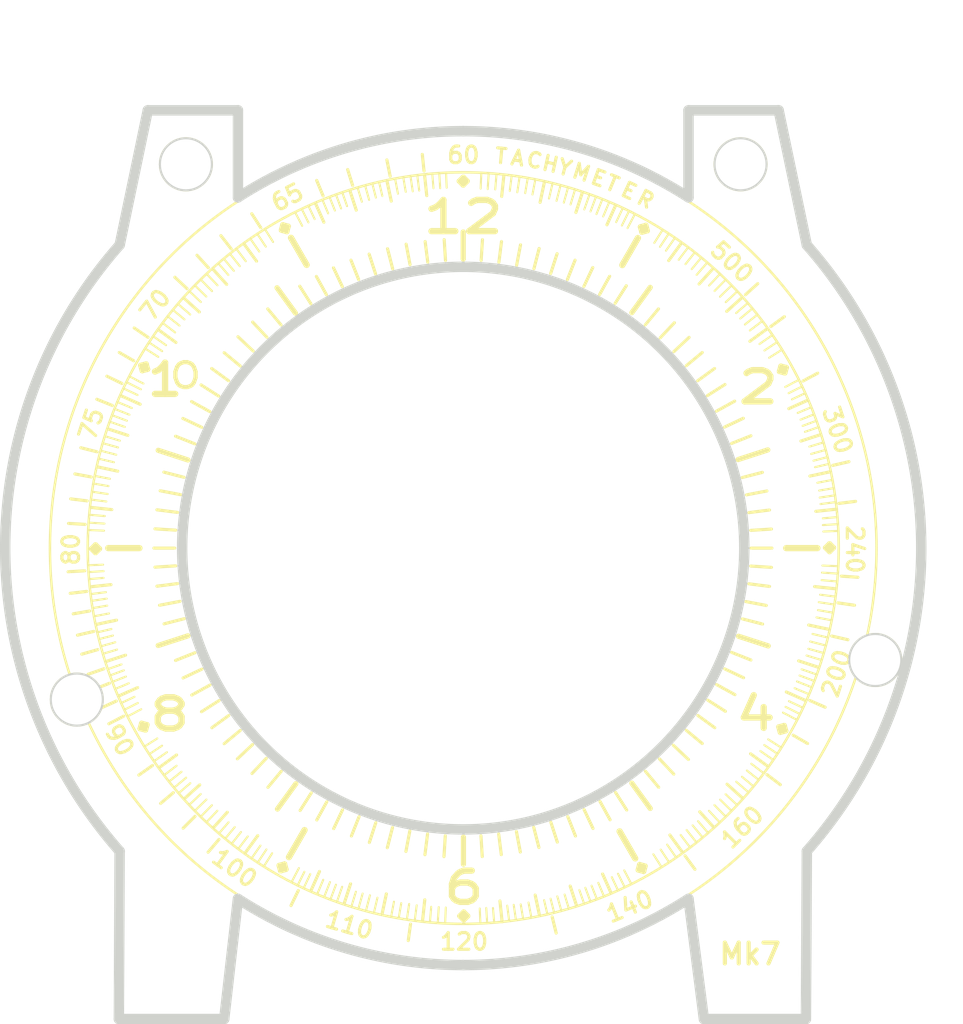
<source format=kicad_pcb>
(kicad_pcb (version 20171130) (host pcbnew 5.1.8-1.fc33)

  (general
    (thickness 1.6)
    (drawings 510)
    (tracks 4)
    (zones 0)
    (modules 0)
    (nets 1)
  )

  (page A4)
  (title_block
    (title "Venom ring")
    (date 2020-04-06)
    (rev v0.5.2)
    (comment 1 "Corrected for V2 display")
  )

  (layers
    (0 F.Cu signal)
    (31 B.Cu signal)
    (32 B.Adhes user)
    (33 F.Adhes user)
    (34 B.Paste user)
    (35 F.Paste user)
    (36 B.SilkS user)
    (37 F.SilkS user)
    (38 B.Mask user)
    (39 F.Mask user)
    (40 Dwgs.User user)
    (41 Cmts.User user)
    (42 Eco1.User user)
    (43 Eco2.User user)
    (44 Edge.Cuts user)
    (45 Margin user)
    (46 B.CrtYd user)
    (47 F.CrtYd user)
    (48 B.Fab user)
    (49 F.Fab user)
  )

  (setup
    (last_trace_width 0.25)
    (trace_clearance 0.2)
    (zone_clearance 0.508)
    (zone_45_only no)
    (trace_min 0.2)
    (via_size 0.8)
    (via_drill 0.4)
    (via_min_size 0.4)
    (via_min_drill 0.3)
    (uvia_size 0.3)
    (uvia_drill 0.1)
    (uvias_allowed no)
    (uvia_min_size 0.2)
    (uvia_min_drill 0.1)
    (edge_width 0.05)
    (segment_width 0.2)
    (pcb_text_width 0.3)
    (pcb_text_size 1.5 1.5)
    (mod_edge_width 0.12)
    (mod_text_size 1 1)
    (mod_text_width 0.15)
    (pad_size 1.524 1.524)
    (pad_drill 0.762)
    (pad_to_mask_clearance 0.051)
    (solder_mask_min_width 0.25)
    (aux_axis_origin 0 0)
    (visible_elements 7FFFFFFF)
    (pcbplotparams
      (layerselection 0x010a0_7ffffffe)
      (usegerberextensions false)
      (usegerberattributes false)
      (usegerberadvancedattributes false)
      (creategerberjobfile false)
      (excludeedgelayer true)
      (linewidth 0.100000)
      (plotframeref true)
      (viasonmask false)
      (mode 1)
      (useauxorigin false)
      (hpglpennumber 1)
      (hpglpenspeed 20)
      (hpglpendiameter 15.000000)
      (psnegative false)
      (psa4output false)
      (plotreference true)
      (plotvalue true)
      (plotinvisibletext false)
      (padsonsilk false)
      (subtractmaskfromsilk false)
      (outputformat 1)
      (mirror false)
      (drillshape 0)
      (scaleselection 1)
      (outputdirectory "output/mk7"))
  )

  (net 0 "")

  (net_class Default "To jest domyślna klasa połączeń."
    (clearance 0.2)
    (trace_width 0.25)
    (via_dia 0.8)
    (via_drill 0.4)
    (uvia_dia 0.3)
    (uvia_drill 0.1)
  )

  (gr_text I (at 196.72 96.92 -327.3) (layer F.SilkS) (tstamp 5E9DB233)
    (effects (font (size 0.8 0.8) (thickness 0.15)))
  )
  (gr_text I (at 191.2 102.28 -304.2) (layer F.SilkS) (tstamp 5E9DB12A)
    (effects (font (size 0.8 0.8) (thickness 0.15)))
  )
  (gr_text I (at 188.7 107.89 -284.1) (layer F.SilkS) (tstamp 5E9DB006)
    (effects (font (size 0.8 0.8) (thickness 0.15)))
  )
  (gr_text I (at 188.1 113.71 -266.7) (layer F.SilkS) (tstamp 5E9DA379)
    (effects (font (size 0.8 0.8) (thickness 0.15)))
  )
  (gr_text I (at 194.67 126.86 -220.3) (layer F.SilkS) (tstamp 5E9DA038)
    (effects (font (size 0.8 0.8) (thickness 0.15)))
  )
  (gr_text I (at 222.8 121.76 -120) (layer F.SilkS) (tstamp 5E9D6F17)
    (effects (font (size 0.8 0.8) (thickness 0.15)))
  )
  (gr_text I (at 224.69 116.9 -102.8) (layer F.SilkS) (tstamp 5E9D675D)
    (effects (font (size 0.8 0.8) (thickness 0.15)))
  )
  (gr_text I (at 225.16 113.97 -93.9) (layer F.SilkS) (tstamp 5E9D66C3)
    (effects (font (size 0.8 0.8) (thickness 0.15)))
  )
  (gr_text I (at 225.05 110.41 -83) (layer F.SilkS) (tstamp 5E9D6645)
    (effects (font (size 0.8 0.8) (thickness 0.15)))
  )
  (gr_circle (center 219.96 94.18) (end 221.16 94.18) (layer F.SilkS) (width 0.2) (tstamp 5E9C312A))
  (gr_circle (center 188.08 119.87) (end 189.28 119.87) (layer F.SilkS) (width 0.2) (tstamp 5E9C3129))
  (gr_circle (center 226.43 117.97) (end 227.63 117.97) (layer F.SilkS) (width 0.2) (tstamp 5E9C3128))
  (gr_circle (center 193.32 94.18) (end 194.52 94.18) (layer F.SilkS) (width 0.2) (tstamp 5E9C3127))
  (gr_text I (at 199.77 95.36 -337.5) (layer F.SilkS) (tstamp 5E7492DC)
    (effects (font (size 0.8 0.8) (thickness 0.15)))
  )
  (gr_text 0 (at 193.3 104.33) (layer F.SilkS) (tstamp 5E92FD68)
    (effects (font (size 1.2 1.7) (thickness 0.2)))
  )
  (gr_text I (at 215.67 101.54 320.4) (layer F.SilkS) (tstamp 5E92F995)
    (effects (font (size 1 0.8) (thickness 0.15)))
  )
  (gr_text I (at 207.53 98.34 356.4) (layer F.SilkS) (tstamp 5E92F994)
    (effects (font (size 1 0.8) (thickness 0.15)))
  )
  (gr_text I (at 220.92 112.6 270) (layer F.SilkS) (tstamp 5E92F993)
    (effects (font (size 1 0.8) (thickness 0.15)))
  )
  (gr_text I (at 220.9 111.72 273.6) (layer F.SilkS) (tstamp 5E92F992)
    (effects (font (size 1 0.8) (thickness 0.15)))
  )
  (gr_text I (at 220.81 110.84 277.2) (layer F.SilkS) (tstamp 5E92F991)
    (effects (font (size 1 0.8) (thickness 0.15)))
  )
  (gr_text I (at 220.69 109.96 280.8) (layer F.SilkS) (tstamp 5E92F990)
    (effects (font (size 1 0.8) (thickness 0.15)))
  )
  (gr_text I (at 220.48 109.1 284.4) (layer F.SilkS) (tstamp 5E92F98F)
    (effects (font (size 1 0.8) (thickness 0.15)))
  )
  (gr_text I (at 220.49 108.14 288) (layer F.SilkS) (tstamp 5E92F98E)
    (effects (font (size 1.5 1.5) (thickness 0.25)))
  )
  (gr_text I (at 219.95 107.41 291.6) (layer F.SilkS) (tstamp 5E92F98D)
    (effects (font (size 1 0.8) (thickness 0.15)))
  )
  (gr_text I (at 219.6 106.6 295.2) (layer F.SilkS) (tstamp 5E92F98C)
    (effects (font (size 1 0.8) (thickness 0.15)))
  )
  (gr_text I (at 210.98 98.99 342) (layer F.SilkS) (tstamp 5E92F98B)
    (effects (font (size 1 0.8) (thickness 0.15)))
  )
  (gr_text I (at 218.75 105.04 302.4) (layer F.SilkS) (tstamp 5E92F98A)
    (effects (font (size 1 0.8) (thickness 0.15)))
  )
  (gr_text I (at 213.41 100.03 331.2) (layer F.SilkS) (tstamp 5E92F989)
    (effects (font (size 1 0.8) (thickness 0.15)))
  )
  (gr_text I (at 209.29 98.58 349.2) (layer F.SilkS) (tstamp 5E92F988)
    (effects (font (size 1 0.8) (thickness 0.15)))
  )
  (gr_text I (at 218.27 104.3 306) (layer F.SilkS) (tstamp 5E92F987)
    (effects (font (size 1 0.8) (thickness 0.15)))
  )
  (gr_text I (at 216.41 102.18 316.8) (layer F.SilkS) (tstamp 5E92F986)
    (effects (font (size 1 0.8) (thickness 0.15)))
  )
  (gr_text I (at 214.18 100.47 327.6) (layer F.SilkS) (tstamp 5E92F985)
    (effects (font (size 1 0.8) (thickness 0.15)))
  )
  (gr_text I (at 217.7 103.56 309.6) (layer F.SilkS) (tstamp 5E92F984)
    (effects (font (size 1 0.8) (thickness 0.15)))
  )
  (gr_text I (at 215.14 100.75 324) (layer F.SilkS) (tstamp 5E92F983)
    (effects (font (size 1.5 1.5) (thickness 0.25)))
  )
  (gr_text I (at 219.2 105.81 298.8) (layer F.SilkS) (tstamp 5E92F982)
    (effects (font (size 1 0.8) (thickness 0.15)))
  )
  (gr_text I (at 210.15 98.75 345.6) (layer F.SilkS) (tstamp 5E92F981)
    (effects (font (size 1 0.8) (thickness 0.15)))
  )
  (gr_text I (at 212.63 99.63 334.8) (layer F.SilkS) (tstamp 5E92F980)
    (effects (font (size 1 0.8) (thickness 0.15)))
  )
  (gr_text I (at 217.09 102.86 313.2) (layer F.SilkS) (tstamp 5E92F97F)
    (effects (font (size 1 0.8) (thickness 0.15)))
  )
  (gr_text I (at 211.81 99.29 338.4) (layer F.SilkS) (tstamp 5E92F97E)
    (effects (font (size 1 0.8) (thickness 0.15)))
  )
  (gr_text I (at 208.41 98.43 352.8) (layer F.SilkS) (tstamp 5E92F97D)
    (effects (font (size 1 0.8) (thickness 0.15)))
  )
  (gr_text I (at 217.7 121.63 230.4) (layer F.SilkS) (tstamp 5E92F995)
    (effects (font (size 1 0.8) (thickness 0.15)))
  )
  (gr_text I (at 220.9 113.49 266.4) (layer F.SilkS) (tstamp 5E92F994)
    (effects (font (size 1 0.8) (thickness 0.15)))
  )
  (gr_text I (at 206.65 127.06 180) (layer F.SilkS) (tstamp 5E92F993)
    (effects (font (size 1.3 1.5) (thickness 0.25)))
  )
  (gr_text I (at 207.52 126.86 183.6) (layer F.SilkS) (tstamp 5E92F992)
    (effects (font (size 1 0.8) (thickness 0.15)))
  )
  (gr_text I (at 208.4 126.77 187.2) (layer F.SilkS) (tstamp 5E92F991)
    (effects (font (size 1 0.8) (thickness 0.15)))
  )
  (gr_text I (at 209.28 126.65 190.8) (layer F.SilkS) (tstamp 5E92F990)
    (effects (font (size 1 0.8) (thickness 0.15)))
  )
  (gr_text I (at 210.14 126.44 194.4) (layer F.SilkS) (tstamp 5E92F98F)
    (effects (font (size 1 0.8) (thickness 0.15)))
  )
  (gr_text I (at 210.99 126.19 198) (layer F.SilkS) (tstamp 5E92F98E)
    (effects (font (size 1 0.8) (thickness 0.15)))
  )
  (gr_text I (at 211.83 125.91 201.6) (layer F.SilkS) (tstamp 5E92F98D)
    (effects (font (size 1 0.8) (thickness 0.15)))
  )
  (gr_text I (at 212.64 125.56 205.2) (layer F.SilkS) (tstamp 5E92F98C)
    (effects (font (size 1 0.8) (thickness 0.15)))
  )
  (gr_text I (at 220.51 117.04 252) (layer F.SilkS) (tstamp 5E92F98B)
    (effects (font (size 1.5 1.5) (thickness 0.25)))
  )
  (gr_text I (at 214.2 124.71 212.4) (layer F.SilkS) (tstamp 5E92F98A)
    (effects (font (size 1 0.8) (thickness 0.15)))
  )
  (gr_text I (at 219.21 119.37 241.2) (layer F.SilkS) (tstamp 5E92F989)
    (effects (font (size 1 0.8) (thickness 0.15)))
  )
  (gr_text I (at 220.66 115.25 259.2) (layer F.SilkS) (tstamp 5E92F988)
    (effects (font (size 1 0.8) (thickness 0.15)))
  )
  (gr_text I (at 215.14 124.43 216) (layer F.SilkS) (tstamp 5E92F987)
    (effects (font (size 1.5 1.5) (thickness 0.25)))
  )
  (gr_text I (at 217.06 122.37 226.8) (layer F.SilkS) (tstamp 5E92F986)
    (effects (font (size 1 0.8) (thickness 0.15)))
  )
  (gr_text I (at 218.77 120.14 237.6) (layer F.SilkS) (tstamp 5E92F985)
    (effects (font (size 1 0.8) (thickness 0.15)))
  )
  (gr_text I (at 215.68 123.66 219.6) (layer F.SilkS) (tstamp 5E92F984)
    (effects (font (size 1 0.8) (thickness 0.15)))
  )
  (gr_text I (at 218.28 120.9 234) (layer F.SilkS) (tstamp 5E92F983)
    (effects (font (size 1 0.8) (thickness 0.15)))
  )
  (gr_text I (at 213.43 125.16 208.8) (layer F.SilkS) (tstamp 5E92F982)
    (effects (font (size 1 0.8) (thickness 0.15)))
  )
  (gr_text I (at 220.49 116.11 255.6) (layer F.SilkS) (tstamp 5E92F981)
    (effects (font (size 1 0.8) (thickness 0.15)))
  )
  (gr_text I (at 219.61 118.59 244.8) (layer F.SilkS) (tstamp 5E92F980)
    (effects (font (size 1 0.8) (thickness 0.15)))
  )
  (gr_text I (at 216.38 123.05 223.2) (layer F.SilkS) (tstamp 5E92F97F)
    (effects (font (size 1 0.8) (thickness 0.15)))
  )
  (gr_text I (at 219.95 117.77 248.4) (layer F.SilkS) (tstamp 5E92F97E)
    (effects (font (size 1 0.8) (thickness 0.15)))
  )
  (gr_text I (at 220.81 114.37 262.8) (layer F.SilkS) (tstamp 5E92F97D)
    (effects (font (size 1 0.8) (thickness 0.15)))
  )
  (gr_text I (at 197.61 123.66 140.4) (layer F.SilkS) (tstamp 5E92F995)
    (effects (font (size 1 0.8) (thickness 0.15)))
  )
  (gr_text I (at 205.75 126.86 176.4) (layer F.SilkS) (tstamp 5E92F994)
    (effects (font (size 1 0.8) (thickness 0.15)))
  )
  (gr_text I (at 192.38 113.48 93.6) (layer F.SilkS) (tstamp 5E92F992)
    (effects (font (size 1 0.8) (thickness 0.15)))
  )
  (gr_text I (at 192.47 114.36 97.2) (layer F.SilkS) (tstamp 5E92F991)
    (effects (font (size 1 0.8) (thickness 0.15)))
  )
  (gr_text I (at 192.59 115.24 100.8) (layer F.SilkS) (tstamp 5E92F990)
    (effects (font (size 1 0.8) (thickness 0.15)))
  )
  (gr_text I (at 192.8 116.1 104.4) (layer F.SilkS) (tstamp 5E92F98F)
    (effects (font (size 1 0.8) (thickness 0.15)))
  )
  (gr_text I (at 192.77 117.02 108) (layer F.SilkS) (tstamp 5E92F98E)
    (effects (font (size 1.5 1.5) (thickness 0.25)))
  )
  (gr_text I (at 193.33 117.79 111.6) (layer F.SilkS) (tstamp 5E92F98D)
    (effects (font (size 1 0.8) (thickness 0.15)))
  )
  (gr_text I (at 193.68 118.6 115.2) (layer F.SilkS) (tstamp 5E92F98C)
    (effects (font (size 1 0.8) (thickness 0.15)))
  )
  (gr_text I (at 202.3 126.21 162) (layer F.SilkS) (tstamp 5E92F98B)
    (effects (font (size 1 0.8) (thickness 0.15)))
  )
  (gr_text I (at 194.53 120.16 122.4) (layer F.SilkS) (tstamp 5E92F98A)
    (effects (font (size 1 0.8) (thickness 0.15)))
  )
  (gr_text I (at 199.87 125.17 151.2) (layer F.SilkS) (tstamp 5E92F989)
    (effects (font (size 1 0.8) (thickness 0.15)))
  )
  (gr_text I (at 203.99 126.62 169.2) (layer F.SilkS) (tstamp 5E92F988)
    (effects (font (size 1 0.8) (thickness 0.15)))
  )
  (gr_text I (at 195.01 120.9 126) (layer F.SilkS) (tstamp 5E92F987)
    (effects (font (size 1 0.8) (thickness 0.15)))
  )
  (gr_text I (at 196.87 123.02 136.8) (layer F.SilkS) (tstamp 5E92F986)
    (effects (font (size 1 0.8) (thickness 0.15)))
  )
  (gr_text I (at 199.1 124.73 147.6) (layer F.SilkS) (tstamp 5E92F985)
    (effects (font (size 1 0.8) (thickness 0.15)))
  )
  (gr_text I (at 195.58 121.64 129.6) (layer F.SilkS) (tstamp 5E92F984)
    (effects (font (size 1 0.8) (thickness 0.15)))
  )
  (gr_text I (at 198.2 124.46 144) (layer F.SilkS) (tstamp 5E92F983)
    (effects (font (size 1.5 1.5) (thickness 0.25)))
  )
  (gr_text I (at 194.08 119.39 118.8) (layer F.SilkS) (tstamp 5E92F982)
    (effects (font (size 1 0.8) (thickness 0.15)))
  )
  (gr_text I (at 203.13 126.45 165.6) (layer F.SilkS) (tstamp 5E92F981)
    (effects (font (size 1 0.8) (thickness 0.15)))
  )
  (gr_text I (at 200.65 125.57 154.8) (layer F.SilkS) (tstamp 5E92F980)
    (effects (font (size 1 0.8) (thickness 0.15)))
  )
  (gr_text I (at 196.19 122.34 133.2) (layer F.SilkS) (tstamp 5E92F97F)
    (effects (font (size 1 0.8) (thickness 0.15)))
  )
  (gr_text I (at 201.47 125.91 158.4) (layer F.SilkS) (tstamp 5E92F97E)
    (effects (font (size 1 0.8) (thickness 0.15)))
  )
  (gr_text I (at 204.87 126.77 172.8) (layer F.SilkS) (tstamp 5E92F97D)
    (effects (font (size 1 0.8) (thickness 0.15)))
  )
  (gr_circle (center 194.71 102.4) (end 195.04 102.4) (layer Cmts.User) (width 0.05))
  (gr_text I (at 192.33 112.6 90) (layer F.SilkS) (tstamp 5E92F0DE)
    (effects (font (size 1 0.8) (thickness 0.15)))
  )
  (gr_text I (at 192.38 111.71 86.4) (layer F.SilkS) (tstamp 5E92F0D3)
    (effects (font (size 1 0.8) (thickness 0.15)))
  )
  (gr_text I (at 192.47 110.83 82.8) (layer F.SilkS) (tstamp 5E92F0C6)
    (effects (font (size 1 0.8) (thickness 0.15)))
  )
  (gr_text I (at 192.62 109.95 79.2) (layer F.SilkS) (tstamp 5E92F0B7)
    (effects (font (size 1 0.8) (thickness 0.15)))
  )
  (gr_text I (at 192.79 109.09 75.6) (layer F.SilkS) (tstamp 5E92F0AB)
    (effects (font (size 1 0.8) (thickness 0.15)))
  )
  (gr_text I (at 192.77 108.16 72) (layer F.SilkS) (tstamp 5E92F09C)
    (effects (font (size 1.5 1.5) (thickness 0.25)))
  )
  (gr_text I (at 193.33 107.43 68.4) (layer F.SilkS) (tstamp 5E92F084)
    (effects (font (size 1 0.8) (thickness 0.15)))
  )
  (gr_text I (at 193.67 106.61 64.8) (layer F.SilkS) (tstamp 5E92F079)
    (effects (font (size 1 0.8) (thickness 0.15)))
  )
  (gr_text I (at 194.07 105.83 61.2) (layer F.SilkS) (tstamp 5E92F06E)
    (effects (font (size 1 0.8) (thickness 0.15)))
  )
  (gr_text I (at 194.51 105.06 57.6) (layer F.SilkS) (tstamp 5E92F062)
    (effects (font (size 1 0.8) (thickness 0.15)))
  )
  (gr_text I (at 195 104.3 54) (layer F.SilkS) (tstamp 5E92F052)
    (effects (font (size 1 0.8) (thickness 0.15)))
  )
  (gr_text I (at 195.58 103.57 50.4) (layer F.SilkS) (tstamp 5E92F030)
    (effects (font (size 1 0.8) (thickness 0.15)))
  )
  (gr_text I (at 196.22 102.83 46.8) (layer F.SilkS) (tstamp 5E92F025)
    (effects (font (size 1 0.8) (thickness 0.15)))
  )
  (gr_text I (at 196.9 102.15 43.2) (layer F.SilkS) (tstamp 5E92F004)
    (effects (font (size 1 0.8) (thickness 0.15)))
  )
  (gr_text I (at 197.6 101.54 39.6) (layer F.SilkS) (tstamp 5E92EFEE)
    (effects (font (size 1 0.8) (thickness 0.15)))
  )
  (gr_text I (at 198.18 100.77 36) (layer F.SilkS) (tstamp 5E92EFE2)
    (effects (font (size 1.5 1.5) (thickness 0.25)))
  )
  (gr_text I (at 199.08 100.49 32.4) (layer F.SilkS) (tstamp 5E92EFCD)
    (effects (font (size 1 0.8) (thickness 0.15)))
  )
  (gr_text I (at 199.85 100.04 28.8) (layer F.SilkS) (tstamp 5E922D74)
    (effects (font (size 1 0.8) (thickness 0.15)))
  )
  (gr_text I (at 200.64 99.64 25.2) (layer F.SilkS) (tstamp 5E922D5C)
    (effects (font (size 1 0.8) (thickness 0.15)))
  )
  (gr_text I (at 201.45 99.29 21.6) (layer F.SilkS) (tstamp 5E922D48)
    (effects (font (size 1 0.8) (thickness 0.15)))
  )
  (gr_text I (at 202.29 99.01 18) (layer F.SilkS) (tstamp 5E922D38)
    (effects (font (size 1 0.8) (thickness 0.15)))
  )
  (gr_text I (at 203.14 98.76 14.4) (layer F.SilkS) (tstamp 5E922D13)
    (effects (font (size 1 0.8) (thickness 0.15)))
  )
  (gr_text I (at 204 98.55 10.8) (layer F.SilkS) (tstamp 5E922CFD)
    (effects (font (size 1 0.8) (thickness 0.15)))
  )
  (gr_text I (at 204.88 98.43 7.2) (layer F.SilkS) (tstamp 5E922CCC)
    (effects (font (size 1 0.8) (thickness 0.15)))
  )
  (gr_text I (at 205.76 98.34 3.6) (layer F.SilkS) (tstamp 5E922CBB)
    (effects (font (size 1 0.8) (thickness 0.15)))
  )
  (gr_text I (at 206.64 98.14) (layer F.SilkS) (tstamp 5E922C3C)
    (effects (font (size 1.3 1.5) (thickness 0.25)))
  )
  (gr_circle (center 226.43 117.97) (end 227.63 117.97) (layer Edge.Cuts) (width 0.2) (tstamp 5E8B61D9))
  (gr_line (start 190.74 134.02) (end 190.74 96.7) (layer Cmts.User) (width 0.15) (tstamp 5E8B5B82))
  (gr_line (start 190.74 96.7) (end 222.54 96.7) (layer Cmts.User) (width 0.15) (tstamp 5E8B5B81))
  (gr_line (start 193.14 99.1) (end 193.14 96.7) (layer Cmts.User) (width 0.15) (tstamp 5E8B5B80))
  (gr_line (start 193.14 126.1) (end 193.14 99.1) (layer Cmts.User) (width 0.15) (tstamp 5E8B5B7F))
  (gr_line (start 190.74 96.7) (end 222.54 128.5) (layer Cmts.User) (width 0.15) (tstamp 5E8B5B7E))
  (gr_line (start 222.54 96.7) (end 190.74 128.5) (layer Cmts.User) (width 0.15) (tstamp 5E8B5B7D))
  (gr_line (start 222.54 96.7) (end 222.54 134.02) (layer Cmts.User) (width 0.15) (tstamp 5E8B5B7C))
  (gr_line (start 222.54 134.02) (end 190.74 134.02) (layer Cmts.User) (width 0.15) (tstamp 5E8B5B7B))
  (gr_line (start 220.14 126.1) (end 193.14 126.1) (layer Cmts.User) (width 0.15) (tstamp 5E8B5B7A))
  (gr_line (start 220.14 99.1) (end 220.14 126.1) (layer Cmts.User) (width 0.15) (tstamp 5E8B5B79))
  (gr_line (start 220.14 99.1) (end 220.14 96.7) (layer Cmts.User) (width 0.15) (tstamp 5E8B5B78))
  (gr_line (start 193.14 99.1) (end 190.74 99.1) (layer Cmts.User) (width 0.15) (tstamp 5E8B5B77))
  (gr_line (start 220.14 99.1) (end 222.54 99.1) (layer Cmts.User) (width 0.15) (tstamp 5E8B5B76))
  (gr_line (start 193.14 99.1) (end 220.14 99.1) (layer Cmts.User) (width 0.15) (tstamp 5E8B5B75))
  (gr_line (start 221.79 91.59) (end 223.143267 98.053709) (layer Edge.Cuts) (width 0.5) (tstamp 5E8AFA33))
  (gr_line (start 217.46 91.59) (end 221.79 91.59) (layer Edge.Cuts) (width 0.5) (tstamp 5E8AFA32))
  (gr_circle (center 188.08 119.87) (end 190.379609 119.87) (layer Cmts.User) (width 0.15) (tstamp 5E8AF942))
  (gr_circle (center 219.96 94.18) (end 222.259609 94.18) (layer Cmts.User) (width 0.15) (tstamp 5E8AF942))
  (gr_circle (center 193.32 94.18) (end 195.619609 94.18) (layer Cmts.User) (width 0.15))
  (gr_line (start 218.2 135.2) (end 217.461065 129.431656) (layer Edge.Cuts) (width 0.5) (tstamp 5E8A55F9))
  (gr_line (start 195.16 135.2) (end 195.818934 129.431656) (layer Edge.Cuts) (width 0.5) (tstamp 5E8A55D8))
  (gr_arc (start 206.64 112.6) (end 206.64 132.61) (angle 32.73695014) (layer Edge.Cuts) (width 0.5) (tstamp 5E8A55B9))
  (gr_arc (start 206.64 112.6) (end 206.64 132.61) (angle -32.73694687) (layer Edge.Cuts) (width 0.5) (tstamp 5E8A55B8))
  (gr_line (start 218.2 135.2) (end 223.1 135.2) (layer Edge.Cuts) (width 0.5) (tstamp 5E8A559B))
  (gr_line (start 195.16 135.2) (end 190.1 135.2) (layer Edge.Cuts) (width 0.5) (tstamp 5E8A556A))
  (gr_circle (center 193.32 94.18) (end 194.52 94.18) (layer Edge.Cuts) (width 0.2) (tstamp 5E89F3AD))
  (gr_text . (at 190.6275 112.6302 -90) (layer F.SilkS) (tstamp 5E762CE7)
    (effects (font (size 4 4) (thickness 0.25)))
  )
  (gr_text . (at 206.6654 128.6079) (layer F.SilkS) (tstamp 5E762CE0)
    (effects (font (size 4 4) (thickness 0.25)))
  )
  (gr_text I (at 220.8084 122.7368 234) (layer F.SilkS) (tstamp 5E762A43)
    (effects (font (size 1 0.8) (thickness 0.15)))
  )
  (gr_text I (at 213.5186 128.655 204) (layer F.SilkS) (tstamp 5E762A42)
    (effects (font (size 1 0.8) (thickness 0.15)))
  )
  (gr_text I (at 218.3065 125.5943 222) (layer F.SilkS) (tstamp 5E762A41)
    (effects (font (size 1 0.8) (thickness 0.15)))
  )
  (gr_text I (at 218.9288 125.1625 224.4) (layer F.SilkS) (tstamp 5E762A40)
    (effects (font (size 0.7 0.8) (thickness 0.1)))
  )
  (gr_text I (at 208.0957 130.1917 184.8) (layer F.SilkS) (tstamp 5E762A3F)
    (effects (font (size 0.7 0.8) (thickness 0.1)))
  )
  (gr_text I (at 219.2082 124.8958 225.6) (layer F.SilkS) (tstamp 5E762A3E)
    (effects (font (size 0.7 0.8) (thickness 0.1)))
  )
  (gr_text I (at 212.6169 129.2011 200.4) (layer F.SilkS) (tstamp 5E762A3D)
    (effects (font (size 0.7 0.8) (thickness 0.1)))
  )
  (gr_text I (at 208.7942 130.0774 187.2) (layer F.SilkS) (tstamp 5E762A3C)
    (effects (font (size 0.7 0.8) (thickness 0.1)))
  )
  (gr_text I (at 212.3248 129.3154 199.2) (layer F.SilkS) (tstamp 5E762A3B)
    (effects (font (size 0.7 0.8) (thickness 0.1)))
  )
  (gr_text I (at 209.8356 129.925 190.8) (layer F.SilkS) (tstamp 5E762A3A)
    (effects (font (size 0.7 0.8) (thickness 0.1)))
  )
  (gr_text I (at 214.2171 128.5153 206.4) (layer F.SilkS) (tstamp 5E762A38)
    (effects (font (size 0.7 0.8) (thickness 0.1)))
  )
  (gr_text I (at 215.9443 127.5628 212.4) (layer F.SilkS) (tstamp 5E762A36)
    (effects (font (size 0.7 0.8) (thickness 0.1)))
  )
  (gr_text I (at 216.6174 127.0929 214.8) (layer F.SilkS) (tstamp 5E762A35)
    (effects (font (size 0.7 0.8) (thickness 0.1)))
  )
  (gr_text I (at 207.448 130.2171 182.4) (layer F.SilkS) (tstamp 5E762A34)
    (effects (font (size 0.7 0.8) (thickness 0.1)))
  )
  (gr_text I (at 210.1912 129.6964 192) (layer F.SilkS) (tstamp 5E762A33)
    (effects (font (size 1 0.8) (thickness 0.15)))
  )
  (gr_text I (at 210.9151 129.7345 194.4) (layer F.SilkS) (tstamp 5E762A32)
    (effects (font (size 0.7 0.8) (thickness 0.1)))
  )
  (gr_text I (at 210.5976 129.8107 193.2) (layer F.SilkS) (tstamp 5E762A31)
    (effects (font (size 0.7 0.8) (thickness 0.1)))
  )
  (gr_text . (at 216.0332 129.3789 210) (layer F.SilkS) (tstamp 5E762A30)
    (effects (font (size 4 4) (thickness 0.25)))
  )
  (gr_text I (at 221.3672 122.2288 236.4) (layer F.SilkS) (tstamp 5E762A2F)
    (effects (font (size 0.7 0.8) (thickness 0.1)))
  )
  (gr_text I (at 214.5219 128.3502 207.6) (layer F.SilkS) (tstamp 5E762A2E)
    (effects (font (size 0.7 0.8) (thickness 0.1)))
  )
  (gr_text I (at 218.1287 125.9499 220.8) (layer F.SilkS) (tstamp 5E762A2D)
    (effects (font (size 0.7 0.8) (thickness 0.1)))
  )
  (gr_text I (at 207.7655 130.1917 183.6) (layer F.SilkS) (tstamp 5E762A2C)
    (effects (font (size 0.7 0.8) (thickness 0.1)))
  )
  (gr_text I (at 217.5699 126.3817 218.4) (layer F.SilkS) (tstamp 5E762A2B)
    (effects (font (size 0.7 0.8) (thickness 0.1)))
  )
  (gr_text I (at 212.9217 129.0995 201.6) (layer F.SilkS) (tstamp 5E762A2A)
    (effects (font (size 0.7 0.8) (thickness 0.1)))
  )
  (gr_text I (at 216.8333 126.7373 216) (layer F.SilkS) (tstamp 5E762A29)
    (effects (font (size 1 0.8) (thickness 0.15)))
  )
  (gr_text I (at 220.5163 123.4734 231.6) (layer F.SilkS) (tstamp 5E762A28)
    (effects (font (size 0.7 0.8) (thickness 0.1)))
  )
  (gr_text I (at 208.4513 129.9885 186) (layer F.SilkS) (tstamp 5E762A27)
    (effects (font (size 1 0.8) (thickness 0.15)))
  )
  (gr_text I (at 216.2999 127.3342 213.6) (layer F.SilkS) (tstamp 5E762A25)
    (effects (font (size 0.7 0.8) (thickness 0.1)))
  )
  (gr_text I (at 219.6527 124.2354 228) (layer F.SilkS) (tstamp 5E762A23)
    (effects (font (size 1 0.8) (thickness 0.15)))
  )
  (gr_text I (at 211.6009 129.5313 196.8) (layer F.SilkS) (tstamp 5E762A22)
    (effects (font (size 0.7 0.8) (thickness 0.1)))
  )
  (gr_text I (at 213.9123 128.6804 205.2) (layer F.SilkS) (tstamp 5E762A21)
    (effects (font (size 0.7 0.8) (thickness 0.1)))
  )
  (gr_text I (at 217.2778 126.623 217.2) (layer F.SilkS) (tstamp 5E762A20)
    (effects (font (size 0.7 0.8) (thickness 0.1)))
  )
  (gr_text I (at 220.7322 123.1432 232.8) (layer F.SilkS) (tstamp 5E762A1F)
    (effects (font (size 0.7 0.8) (thickness 0.1)))
  )
  (gr_text I (at 209.4546 130.0139 189.6) (layer F.SilkS) (tstamp 5E762A1E)
    (effects (font (size 0.7 0.8) (thickness 0.1)))
  )
  (gr_text I (at 221.5577 121.9494 237.6) (layer F.SilkS) (tstamp 5E762A1D)
    (effects (font (size 0.7 0.8) (thickness 0.1)))
  )
  (gr_text I (at 221.1767 122.5209 235.2) (layer F.SilkS) (tstamp 5E762A1C)
    (effects (font (size 0.7 0.8) (thickness 0.1)))
  )
  (gr_text I (at 219.9956 124.0195 229.2) (layer F.SilkS) (tstamp 5E762A1B)
    (effects (font (size 0.7 0.8) (thickness 0.1)))
  )
  (gr_text I (at 224.212 113.45 267.6) (layer F.SilkS) (tstamp 5E762A19)
    (effects (font (size 0.7 0.8) (thickness 0.1)))
  )
  (gr_text I (at 224.19 113.796 266.4) (layer F.SilkS) (tstamp 5E762A18)
    (effects (font (size 0.7 0.8) (thickness 0.1)))
  )
  (gr_text I (at 224.1739 114.1643 265.2) (layer F.SilkS) (tstamp 5E762A17)
    (effects (font (size 0.7 0.8) (thickness 0.1)))
  )
  (gr_text . (at 223.39 122.1 240) (layer F.SilkS) (tstamp 5E762A16)
    (effects (font (size 4 4) (thickness 0.25)))
  )
  (gr_text I (at 224.0342 115.2438 261.6) (layer F.SilkS) (tstamp 5E762A15)
    (effects (font (size 0.7 0.8) (thickness 0.1)))
  )
  (gr_text I (at 223.99356 115.62988 260.4) (layer F.SilkS) (tstamp 5E762A14)
    (effects (font (size 0.7 0.8) (thickness 0.1)))
  )
  (gr_text I (at 224.0977 114.8755 262.8) (layer F.SilkS) (tstamp 5E762A13)
    (effects (font (size 0.7 0.8) (thickness 0.1)))
  )
  (gr_text I (at 223.92244 115.98548 259.2) (layer F.SilkS) (tstamp 5E762A12)
    (effects (font (size 0.7 0.8) (thickness 0.1)))
  )
  (gr_text I (at 223.6151 117.1615 255.6) (layer F.SilkS) (tstamp 5E762A11)
    (effects (font (size 0.7 0.8) (thickness 0.1)))
  )
  (gr_text I (at 223.5262 117.5171 254.4) (layer F.SilkS) (tstamp 5E762A10)
    (effects (font (size 0.7 0.8) (thickness 0.1)))
  )
  (gr_text I (at 223.7294 116.7932 256.8) (layer F.SilkS) (tstamp 5E762A0F)
    (effects (font (size 0.7 0.8) (thickness 0.1)))
  )
  (gr_text I (at 223.4373 117.8473 253.2) (layer F.SilkS) (tstamp 5E762A0E)
    (effects (font (size 0.7 0.8) (thickness 0.1)))
  )
  (gr_text I (at 223.9707 114.4945 264) (layer F.SilkS) (tstamp 5E762A0D)
    (effects (font (size 1 0.8) (thickness 0.15)))
  )
  (gr_text I (at 223.6786 116.3868 258) (layer F.SilkS) (tstamp 5E762A0C)
    (effects (font (size 1 0.8) (thickness 0.15)))
  )
  (gr_text I (at 223.1833 118.1521 252) (layer F.SilkS) (tstamp 5E762A0B)
    (effects (font (size 1 0.8) (thickness 0.15)))
  )
  (gr_text I (at 222.5737 119.6888 246) (layer F.SilkS) (tstamp 5E762A0A)
    (effects (font (size 1 0.8) (thickness 0.15)))
  )
  (gr_text I (at 219.4749 124.6291 226.8) (layer F.SilkS) (tstamp 5E762A09)
    (effects (font (size 0.7 0.8) (thickness 0.1)))
  )
  (gr_text I (at 211.9184 129.2519 198) (layer F.SilkS) (tstamp 5E762A08)
    (effects (font (size 1 0.8) (thickness 0.15)))
  )
  (gr_text I (at 213.2519 128.9598 202.8) (layer F.SilkS) (tstamp 5E762A07)
    (effects (font (size 0.7 0.8) (thickness 0.1)))
  )
  (gr_text I (at 223.0944 118.8252 249.6) (layer F.SilkS) (tstamp 5E762A06)
    (effects (font (size 0.7 0.8) (thickness 0.1)))
  )
  (gr_text I (at 222.9674 119.1173 248.4) (layer F.SilkS) (tstamp 5E762A05)
    (effects (font (size 0.7 0.8) (thickness 0.1)))
  )
  (gr_text I (at 223.196 118.5204 250.8) (layer F.SilkS) (tstamp 5E762A04)
    (effects (font (size 0.7 0.8) (thickness 0.1)))
  )
  (gr_text I (at 222.8531 119.4475 247.2) (layer F.SilkS) (tstamp 5E762A03)
    (effects (font (size 0.7 0.8) (thickness 0.1)))
  )
  (gr_text I (at 222.4086 120.3619 243.6) (layer F.SilkS) (tstamp 5E762A02)
    (effects (font (size 0.7 0.8) (thickness 0.1)))
  )
  (gr_text I (at 222.2816 120.6413 242.4) (layer F.SilkS) (tstamp 5E762A01)
    (effects (font (size 0.7 0.8) (thickness 0.1)))
  )
  (gr_text I (at 222.5737 120.0825 244.8) (layer F.SilkS) (tstamp 5E762A00)
    (effects (font (size 0.7 0.8) (thickness 0.1)))
  )
  (gr_text I (at 220.275 123.7782 230.4) (layer F.SilkS) (tstamp 5E7629FE)
    (effects (font (size 0.7 0.8) (thickness 0.1)))
  )
  (gr_text I (at 209.1117 130.0393 188.4) (layer F.SilkS) (tstamp 5E7629FD)
    (effects (font (size 0.7 0.8) (thickness 0.1)))
  )
  (gr_text I (at 211.2453 129.6202 195.6) (layer F.SilkS) (tstamp 5E7629FC)
    (effects (font (size 0.7 0.8) (thickness 0.1)))
  )
  (gr_text I (at 217.862 126.1531 219.6) (layer F.SilkS) (tstamp 5E7629FB)
    (effects (font (size 0.7 0.8) (thickness 0.1)))
  )
  (gr_text I (at 218.6621 125.4419 223.2) (layer F.SilkS) (tstamp 5E7629FA)
    (effects (font (size 0.7 0.8) (thickness 0.1)))
  )
  (gr_text I (at 196.5032 126.7684 144) (layer F.SilkS) (tstamp 5E762A43)
    (effects (font (size 1 0.8) (thickness 0.15)))
  )
  (gr_text I (at 190.585 119.4786 114) (layer F.SilkS) (tstamp 5E762A42)
    (effects (font (size 1 0.8) (thickness 0.15)))
  )
  (gr_text I (at 193.6457 124.2665 132) (layer F.SilkS) (tstamp 5E762A41)
    (effects (font (size 1 0.8) (thickness 0.15)))
  )
  (gr_text I (at 194.0775 124.8888 134.4) (layer F.SilkS) (tstamp 5E762A40)
    (effects (font (size 0.7 0.8) (thickness 0.1)))
  )
  (gr_text I (at 189.0483 114.0557 94.8) (layer F.SilkS) (tstamp 5E762A3F)
    (effects (font (size 0.7 0.8) (thickness 0.1)))
  )
  (gr_text I (at 194.3442 125.1682 135.6) (layer F.SilkS) (tstamp 5E762A3E)
    (effects (font (size 0.7 0.8) (thickness 0.1)))
  )
  (gr_text I (at 190.0389 118.5769 110.4) (layer F.SilkS) (tstamp 5E762A3D)
    (effects (font (size 0.7 0.8) (thickness 0.1)))
  )
  (gr_text I (at 189.1626 114.7542 97.2) (layer F.SilkS) (tstamp 5E762A3C)
    (effects (font (size 0.7 0.8) (thickness 0.1)))
  )
  (gr_text I (at 189.9246 118.2848 109.2) (layer F.SilkS) (tstamp 5E762A3B)
    (effects (font (size 0.7 0.8) (thickness 0.1)))
  )
  (gr_text I (at 189.315 115.7956 100.8) (layer F.SilkS) (tstamp 5E762A3A)
    (effects (font (size 0.7 0.8) (thickness 0.1)))
  )
  (gr_text I (at 190.7247 120.1771 116.4) (layer F.SilkS) (tstamp 5E762A38)
    (effects (font (size 0.7 0.8) (thickness 0.1)))
  )
  (gr_text I (at 191.6772 121.9043 122.4) (layer F.SilkS) (tstamp 5E762A36)
    (effects (font (size 0.7 0.8) (thickness 0.1)))
  )
  (gr_text I (at 192.1471 122.5774 124.8) (layer F.SilkS) (tstamp 5E762A35)
    (effects (font (size 0.7 0.8) (thickness 0.1)))
  )
  (gr_text I (at 189.0229 113.408 92.4) (layer F.SilkS) (tstamp 5E762A34)
    (effects (font (size 0.7 0.8) (thickness 0.1)))
  )
  (gr_text I (at 189.5436 116.1512 102) (layer F.SilkS) (tstamp 5E762A33)
    (effects (font (size 1 0.8) (thickness 0.15)))
  )
  (gr_text I (at 189.5055 116.8751 104.4) (layer F.SilkS) (tstamp 5E762A32)
    (effects (font (size 0.7 0.8) (thickness 0.1)))
  )
  (gr_text I (at 189.4293 116.5576 103.2) (layer F.SilkS) (tstamp 5E762A31)
    (effects (font (size 0.7 0.8) (thickness 0.1)))
  )
  (gr_text . (at 189.8611 121.9932 120) (layer F.SilkS) (tstamp 5E762A30)
    (effects (font (size 4 4) (thickness 0.25)))
  )
  (gr_text I (at 197.0112 127.3272 146.4) (layer F.SilkS) (tstamp 5E762A2F)
    (effects (font (size 0.7 0.8) (thickness 0.1)))
  )
  (gr_text I (at 190.8898 120.4819 117.6) (layer F.SilkS) (tstamp 5E762A2E)
    (effects (font (size 0.7 0.8) (thickness 0.1)))
  )
  (gr_text I (at 193.2901 124.0887 130.8) (layer F.SilkS) (tstamp 5E762A2D)
    (effects (font (size 0.7 0.8) (thickness 0.1)))
  )
  (gr_text I (at 189.0483 113.7255 93.6) (layer F.SilkS) (tstamp 5E762A2C)
    (effects (font (size 0.7 0.8) (thickness 0.1)))
  )
  (gr_text I (at 192.8583 123.5299 128.4) (layer F.SilkS) (tstamp 5E762A2B)
    (effects (font (size 0.7 0.8) (thickness 0.1)))
  )
  (gr_text I (at 190.1405 118.8817 111.6) (layer F.SilkS) (tstamp 5E762A2A)
    (effects (font (size 0.7 0.8) (thickness 0.1)))
  )
  (gr_text I (at 192.5027 122.7933 126) (layer F.SilkS) (tstamp 5E762A29)
    (effects (font (size 1 0.8) (thickness 0.15)))
  )
  (gr_text I (at 195.7666 126.4763 141.6) (layer F.SilkS) (tstamp 5E762A28)
    (effects (font (size 0.7 0.8) (thickness 0.1)))
  )
  (gr_text I (at 189.27 114.4 96) (layer F.SilkS) (tstamp 5E762A27)
    (effects (font (size 1 0.8) (thickness 0.15)))
  )
  (gr_text I (at 191.9058 122.2599 123.6) (layer F.SilkS) (tstamp 5E762A25)
    (effects (font (size 0.7 0.8) (thickness 0.1)))
  )
  (gr_text I (at 195.0046 125.6127 138) (layer F.SilkS) (tstamp 5E762A23)
    (effects (font (size 1 0.8) (thickness 0.15)))
  )
  (gr_text I (at 189.7087 117.5609 106.8) (layer F.SilkS) (tstamp 5E762A22)
    (effects (font (size 0.7 0.8) (thickness 0.1)))
  )
  (gr_text I (at 190.5596 119.8723 115.2) (layer F.SilkS) (tstamp 5E762A21)
    (effects (font (size 0.7 0.8) (thickness 0.1)))
  )
  (gr_text I (at 192.617 123.2378 127.2) (layer F.SilkS) (tstamp 5E762A20)
    (effects (font (size 0.7 0.8) (thickness 0.1)))
  )
  (gr_text I (at 196.0968 126.6922 142.8) (layer F.SilkS) (tstamp 5E762A1F)
    (effects (font (size 0.7 0.8) (thickness 0.1)))
  )
  (gr_text I (at 189.2261 115.4146 99.6) (layer F.SilkS) (tstamp 5E762A1E)
    (effects (font (size 0.7 0.8) (thickness 0.1)))
  )
  (gr_text I (at 197.2906 127.5177 147.6) (layer F.SilkS) (tstamp 5E762A1D)
    (effects (font (size 0.7 0.8) (thickness 0.1)))
  )
  (gr_text I (at 196.7191 127.1367 145.2) (layer F.SilkS) (tstamp 5E762A1C)
    (effects (font (size 0.7 0.8) (thickness 0.1)))
  )
  (gr_text I (at 195.16 126 139.2) (layer F.SilkS) (tstamp 5E762A1B)
    (effects (font (size 0.7 0.8) (thickness 0.1)))
  )
  (gr_text I (at 205.79 130.172 177.6) (layer F.SilkS) (tstamp 5E762A19)
    (effects (font (size 0.7 0.8) (thickness 0.1)))
  )
  (gr_text I (at 205.444 130.15 176.4) (layer F.SilkS) (tstamp 5E762A18)
    (effects (font (size 0.7 0.8) (thickness 0.1)))
  )
  (gr_text I (at 205.0757 130.1339 175.2) (layer F.SilkS) (tstamp 5E762A17)
    (effects (font (size 0.7 0.8) (thickness 0.1)))
  )
  (gr_text . (at 197.14 129.35 150) (layer F.SilkS) (tstamp 5E762A16)
    (effects (font (size 4 4) (thickness 0.25)))
  )
  (gr_text I (at 203.9962 129.9942 171.6) (layer F.SilkS) (tstamp 5E762A15)
    (effects (font (size 0.7 0.8) (thickness 0.1)))
  )
  (gr_text I (at 203.61012 129.95356 170.4) (layer F.SilkS) (tstamp 5E762A14)
    (effects (font (size 0.7 0.8) (thickness 0.1)))
  )
  (gr_text I (at 204.3645 130.0577 172.8) (layer F.SilkS) (tstamp 5E762A13)
    (effects (font (size 0.7 0.8) (thickness 0.1)))
  )
  (gr_text I (at 203.25452 129.88244 169.2) (layer F.SilkS) (tstamp 5E762A12)
    (effects (font (size 0.7 0.8) (thickness 0.1)))
  )
  (gr_text I (at 202.0785 129.5751 165.6) (layer F.SilkS) (tstamp 5E762A11)
    (effects (font (size 0.7 0.8) (thickness 0.1)))
  )
  (gr_text I (at 201.7229 129.4862 164.4) (layer F.SilkS) (tstamp 5E762A10)
    (effects (font (size 0.7 0.8) (thickness 0.1)))
  )
  (gr_text I (at 202.4468 129.6894 166.8) (layer F.SilkS) (tstamp 5E762A0F)
    (effects (font (size 0.7 0.8) (thickness 0.1)))
  )
  (gr_text I (at 201.3927 129.3973 163.2) (layer F.SilkS) (tstamp 5E762A0E)
    (effects (font (size 0.7 0.8) (thickness 0.1)))
  )
  (gr_text I (at 204.7455 129.9307 174) (layer F.SilkS) (tstamp 5E762A0D)
    (effects (font (size 1 0.8) (thickness 0.15)))
  )
  (gr_text I (at 202.8532 129.6386 168) (layer F.SilkS) (tstamp 5E762A0C)
    (effects (font (size 1 0.8) (thickness 0.15)))
  )
  (gr_text I (at 201.0879 129.1433 162) (layer F.SilkS) (tstamp 5E762A0B)
    (effects (font (size 1 0.8) (thickness 0.15)))
  )
  (gr_text I (at 199.5512 128.5337 156) (layer F.SilkS) (tstamp 5E762A0A)
    (effects (font (size 1 0.8) (thickness 0.15)))
  )
  (gr_text I (at 194.6109 125.4349 136.8) (layer F.SilkS) (tstamp 5E762A09)
    (effects (font (size 0.7 0.8) (thickness 0.1)))
  )
  (gr_text I (at 189.9881 117.8784 108) (layer F.SilkS) (tstamp 5E762A08)
    (effects (font (size 1 0.8) (thickness 0.15)))
  )
  (gr_text I (at 190.2802 119.2119 112.8) (layer F.SilkS) (tstamp 5E762A07)
    (effects (font (size 0.7 0.8) (thickness 0.1)))
  )
  (gr_text I (at 200.4148 129.0544 159.6) (layer F.SilkS) (tstamp 5E762A06)
    (effects (font (size 0.7 0.8) (thickness 0.1)))
  )
  (gr_text I (at 200.1227 128.9274 158.4) (layer F.SilkS) (tstamp 5E762A05)
    (effects (font (size 0.7 0.8) (thickness 0.1)))
  )
  (gr_text I (at 200.7196 129.156 160.8) (layer F.SilkS) (tstamp 5E762A04)
    (effects (font (size 0.7 0.8) (thickness 0.1)))
  )
  (gr_text I (at 199.7925 128.8131 157.2) (layer F.SilkS) (tstamp 5E762A03)
    (effects (font (size 0.7 0.8) (thickness 0.1)))
  )
  (gr_text I (at 198.87 128.42 153.6) (layer F.SilkS) (tstamp 5E762A02)
    (effects (font (size 0.7 0.8) (thickness 0.1)))
  )
  (gr_text I (at 198.5987 128.2416 152.4) (layer F.SilkS) (tstamp 5E762A01)
    (effects (font (size 0.7 0.8) (thickness 0.1)))
  )
  (gr_text I (at 199.1575 128.5337 154.8) (layer F.SilkS) (tstamp 5E762A00)
    (effects (font (size 0.7 0.8) (thickness 0.1)))
  )
  (gr_text I (at 195.4618 126.235 140.4) (layer F.SilkS) (tstamp 5E7629FE)
    (effects (font (size 0.7 0.8) (thickness 0.1)))
  )
  (gr_text I (at 189.2007 115.0717 98.4) (layer F.SilkS) (tstamp 5E7629FD)
    (effects (font (size 0.7 0.8) (thickness 0.1)))
  )
  (gr_text I (at 189.6198 117.2053 105.6) (layer F.SilkS) (tstamp 5E7629FC)
    (effects (font (size 0.7 0.8) (thickness 0.1)))
  )
  (gr_text I (at 193.0869 123.822 129.6) (layer F.SilkS) (tstamp 5E7629FB)
    (effects (font (size 0.7 0.8) (thickness 0.1)))
  )
  (gr_text I (at 193.7981 124.6221 133.2) (layer F.SilkS) (tstamp 5E7629FA)
    (effects (font (size 0.7 0.8) (thickness 0.1)))
  )
  (gr_text I (at 192.4716 102.4632 54) (layer F.SilkS) (tstamp 5E762A43)
    (effects (font (size 1 0.8) (thickness 0.15)))
  )
  (gr_text I (at 199.7614 96.545 24) (layer F.SilkS) (tstamp 5E762A42)
    (effects (font (size 1 0.8) (thickness 0.15)))
  )
  (gr_text I (at 194.9735 99.6057 42) (layer F.SilkS) (tstamp 5E762A41)
    (effects (font (size 1 0.8) (thickness 0.15)))
  )
  (gr_text I (at 194.3512 100.0375 44.4) (layer F.SilkS) (tstamp 5E762A40)
    (effects (font (size 0.7 0.8) (thickness 0.1)))
  )
  (gr_text I (at 205.1843 95.0083 4.8) (layer F.SilkS) (tstamp 5E762A3F)
    (effects (font (size 0.7 0.8) (thickness 0.1)))
  )
  (gr_text I (at 194.0718 100.3042 45.6) (layer F.SilkS) (tstamp 5E762A3E)
    (effects (font (size 0.7 0.8) (thickness 0.1)))
  )
  (gr_text I (at 200.6631 95.9989 20.4) (layer F.SilkS) (tstamp 5E762A3D)
    (effects (font (size 0.7 0.8) (thickness 0.1)))
  )
  (gr_text I (at 204.4858 95.1226 7.2) (layer F.SilkS) (tstamp 5E762A3C)
    (effects (font (size 0.7 0.8) (thickness 0.1)))
  )
  (gr_text I (at 200.9552 95.8846 19.2) (layer F.SilkS) (tstamp 5E762A3B)
    (effects (font (size 0.7 0.8) (thickness 0.1)))
  )
  (gr_text I (at 203.4444 95.275 10.8) (layer F.SilkS) (tstamp 5E762A3A)
    (effects (font (size 0.7 0.8) (thickness 0.1)))
  )
  (gr_text I (at 199.0629 96.6847 26.4) (layer F.SilkS) (tstamp 5E762A38)
    (effects (font (size 0.7 0.8) (thickness 0.1)))
  )
  (gr_text I (at 197.3357 97.6372 32.4) (layer F.SilkS) (tstamp 5E762A36)
    (effects (font (size 0.7 0.8) (thickness 0.1)))
  )
  (gr_text I (at 196.6626 98.1071 34.8) (layer F.SilkS) (tstamp 5E762A35)
    (effects (font (size 0.7 0.8) (thickness 0.1)))
  )
  (gr_text I (at 205.832 94.9829 2.4) (layer F.SilkS) (tstamp 5E762A34)
    (effects (font (size 0.7 0.8) (thickness 0.1)))
  )
  (gr_text I (at 203.0888 95.5036 12) (layer F.SilkS) (tstamp 5E762A33)
    (effects (font (size 1 0.8) (thickness 0.15)))
  )
  (gr_text I (at 202.3649 95.4655 14.4) (layer F.SilkS) (tstamp 5E762A32)
    (effects (font (size 0.7 0.8) (thickness 0.1)))
  )
  (gr_text I (at 202.6824 95.3893 13.2) (layer F.SilkS) (tstamp 5E762A31)
    (effects (font (size 0.7 0.8) (thickness 0.1)))
  )
  (gr_text . (at 197.2468 95.8211 30) (layer F.SilkS) (tstamp 5E762A30)
    (effects (font (size 4 4) (thickness 0.25)))
  )
  (gr_text I (at 191.9128 102.9712 56.4) (layer F.SilkS) (tstamp 5E762A2F)
    (effects (font (size 0.7 0.8) (thickness 0.1)))
  )
  (gr_text I (at 198.7581 96.8498 27.6) (layer F.SilkS) (tstamp 5E762A2E)
    (effects (font (size 0.7 0.8) (thickness 0.1)))
  )
  (gr_text I (at 195.1513 99.2501 40.8) (layer F.SilkS) (tstamp 5E762A2D)
    (effects (font (size 0.7 0.8) (thickness 0.1)))
  )
  (gr_text I (at 205.5145 95.0083 3.6) (layer F.SilkS) (tstamp 5E762A2C)
    (effects (font (size 0.7 0.8) (thickness 0.1)))
  )
  (gr_text I (at 195.7101 98.8183 38.4) (layer F.SilkS) (tstamp 5E762A2B)
    (effects (font (size 0.7 0.8) (thickness 0.1)))
  )
  (gr_text I (at 200.3583 96.1005 21.6) (layer F.SilkS) (tstamp 5E762A2A)
    (effects (font (size 0.7 0.8) (thickness 0.1)))
  )
  (gr_text I (at 196.4467 98.4627 36) (layer F.SilkS) (tstamp 5E762A29)
    (effects (font (size 1 0.8) (thickness 0.15)))
  )
  (gr_text I (at 192.7637 101.7266 51.6) (layer F.SilkS) (tstamp 5E762A28)
    (effects (font (size 0.7 0.8) (thickness 0.1)))
  )
  (gr_text I (at 204.84 95.23 6) (layer F.SilkS) (tstamp 5E762A27)
    (effects (font (size 1 0.8) (thickness 0.15)))
  )
  (gr_text I (at 196.9801 97.8658 33.6) (layer F.SilkS) (tstamp 5E762A25)
    (effects (font (size 0.7 0.8) (thickness 0.1)))
  )
  (gr_text I (at 193.6273 100.9646 48) (layer F.SilkS) (tstamp 5E762A23)
    (effects (font (size 1 0.8) (thickness 0.15)))
  )
  (gr_text I (at 201.6791 95.6687 16.8) (layer F.SilkS) (tstamp 5E762A22)
    (effects (font (size 0.7 0.8) (thickness 0.1)))
  )
  (gr_text I (at 199.3677 96.5196 25.2) (layer F.SilkS) (tstamp 5E762A21)
    (effects (font (size 0.7 0.8) (thickness 0.1)))
  )
  (gr_text I (at 196.0022 98.577 37.2) (layer F.SilkS) (tstamp 5E762A20)
    (effects (font (size 0.7 0.8) (thickness 0.1)))
  )
  (gr_text I (at 192.5478 102.0568 52.8) (layer F.SilkS) (tstamp 5E762A1F)
    (effects (font (size 0.7 0.8) (thickness 0.1)))
  )
  (gr_text I (at 203.8254 95.1861 9.6) (layer F.SilkS) (tstamp 5E762A1E)
    (effects (font (size 0.7 0.8) (thickness 0.1)))
  )
  (gr_text I (at 191.7223 103.2506 57.6) (layer F.SilkS) (tstamp 5E762A1D)
    (effects (font (size 0.7 0.8) (thickness 0.1)))
  )
  (gr_text I (at 192.1033 102.6791 55.2) (layer F.SilkS) (tstamp 5E762A1C)
    (effects (font (size 0.7 0.8) (thickness 0.1)))
  )
  (gr_text I (at 193.2844 101.1805 49.2) (layer F.SilkS) (tstamp 5E762A1B)
    (effects (font (size 0.7 0.8) (thickness 0.1)))
  )
  (gr_text I (at 189.068 111.75 87.6) (layer F.SilkS) (tstamp 5E762A19)
    (effects (font (size 0.7 0.8) (thickness 0.1)))
  )
  (gr_text I (at 189.09 111.404 86.4) (layer F.SilkS) (tstamp 5E762A18)
    (effects (font (size 0.7 0.8) (thickness 0.1)))
  )
  (gr_text I (at 189.1061 111.0357 85.2) (layer F.SilkS) (tstamp 5E762A17)
    (effects (font (size 0.7 0.8) (thickness 0.1)))
  )
  (gr_text . (at 189.89 103.1 60) (layer F.SilkS) (tstamp 5E762A16)
    (effects (font (size 4 4) (thickness 0.25)))
  )
  (gr_text I (at 189.2458 109.9562 81.6) (layer F.SilkS) (tstamp 5E762A15)
    (effects (font (size 0.7 0.8) (thickness 0.1)))
  )
  (gr_text I (at 189.28644 109.57012 80.4) (layer F.SilkS) (tstamp 5E762A14)
    (effects (font (size 0.7 0.8) (thickness 0.1)))
  )
  (gr_text I (at 189.1823 110.3245 82.8) (layer F.SilkS) (tstamp 5E762A13)
    (effects (font (size 0.7 0.8) (thickness 0.1)))
  )
  (gr_text I (at 189.35756 109.21452 79.2) (layer F.SilkS) (tstamp 5E762A12)
    (effects (font (size 0.7 0.8) (thickness 0.1)))
  )
  (gr_text I (at 189.6649 108.0385 75.6) (layer F.SilkS) (tstamp 5E762A11)
    (effects (font (size 0.7 0.8) (thickness 0.1)))
  )
  (gr_text I (at 189.7538 107.6829 74.4) (layer F.SilkS) (tstamp 5E762A10)
    (effects (font (size 0.7 0.8) (thickness 0.1)))
  )
  (gr_text I (at 189.5506 108.4068 76.8) (layer F.SilkS) (tstamp 5E762A0F)
    (effects (font (size 0.7 0.8) (thickness 0.1)))
  )
  (gr_text I (at 189.8427 107.3527 73.2) (layer F.SilkS) (tstamp 5E762A0E)
    (effects (font (size 0.7 0.8) (thickness 0.1)))
  )
  (gr_text I (at 189.3093 110.7055 84) (layer F.SilkS) (tstamp 5E762A0D)
    (effects (font (size 1 0.8) (thickness 0.15)))
  )
  (gr_text I (at 189.6014 108.8132 78) (layer F.SilkS) (tstamp 5E762A0C)
    (effects (font (size 1 0.8) (thickness 0.15)))
  )
  (gr_text I (at 190.0967 107.0479 72) (layer F.SilkS) (tstamp 5E762A0B)
    (effects (font (size 1 0.8) (thickness 0.15)))
  )
  (gr_text I (at 190.7063 105.5112 66) (layer F.SilkS) (tstamp 5E762A0A)
    (effects (font (size 1 0.8) (thickness 0.15)))
  )
  (gr_text I (at 193.8051 100.5709 46.8) (layer F.SilkS) (tstamp 5E762A09)
    (effects (font (size 0.7 0.8) (thickness 0.1)))
  )
  (gr_text I (at 201.3616 95.9481 18) (layer F.SilkS) (tstamp 5E762A08)
    (effects (font (size 1 0.8) (thickness 0.15)))
  )
  (gr_text I (at 200.0281 96.2402 22.8) (layer F.SilkS) (tstamp 5E762A07)
    (effects (font (size 0.7 0.8) (thickness 0.1)))
  )
  (gr_text I (at 190.1856 106.3748 69.6) (layer F.SilkS) (tstamp 5E762A06)
    (effects (font (size 0.7 0.8) (thickness 0.1)))
  )
  (gr_text I (at 190.3126 106.0827 68.4) (layer F.SilkS) (tstamp 5E762A05)
    (effects (font (size 0.7 0.8) (thickness 0.1)))
  )
  (gr_text I (at 190.084 106.6796 70.8) (layer F.SilkS) (tstamp 5E762A04)
    (effects (font (size 0.7 0.8) (thickness 0.1)))
  )
  (gr_text I (at 190.4269 105.7525 67.2) (layer F.SilkS) (tstamp 5E762A03)
    (effects (font (size 0.7 0.8) (thickness 0.1)))
  )
  (gr_text I (at 190.8714 104.8381 63.6) (layer F.SilkS) (tstamp 5E762A02)
    (effects (font (size 0.7 0.8) (thickness 0.1)))
  )
  (gr_text I (at 190.9984 104.5587 62.4) (layer F.SilkS) (tstamp 5E762A01)
    (effects (font (size 0.7 0.8) (thickness 0.1)))
  )
  (gr_text I (at 190.7063 105.1175 64.8) (layer F.SilkS) (tstamp 5E762A00)
    (effects (font (size 0.7 0.8) (thickness 0.1)))
  )
  (gr_text I (at 193.005 101.4218 50.4) (layer F.SilkS) (tstamp 5E7629FE)
    (effects (font (size 0.7 0.8) (thickness 0.1)))
  )
  (gr_text I (at 204.1683 95.1607 8.4) (layer F.SilkS) (tstamp 5E7629FD)
    (effects (font (size 0.7 0.8) (thickness 0.1)))
  )
  (gr_text I (at 202.0347 95.5798 15.6) (layer F.SilkS) (tstamp 5E7629FC)
    (effects (font (size 0.7 0.8) (thickness 0.1)))
  )
  (gr_text I (at 195.418 99.0469 39.6) (layer F.SilkS) (tstamp 5E7629FB)
    (effects (font (size 0.7 0.8) (thickness 0.1)))
  )
  (gr_text I (at 194.6179 99.7581 43.2) (layer F.SilkS) (tstamp 5E7629FA)
    (effects (font (size 0.7 0.8) (thickness 0.1)))
  )
  (gr_text . (at 225.8827 112.5794 -90) (layer F.SilkS) (tstamp 5E762802)
    (effects (font (size 4 4) (thickness 0.25)))
  )
  (gr_text I (at 222.695 105.7214 -66) (layer F.SilkS) (tstamp 5E7626AA)
    (effects (font (size 1 0.8) (thickness 0.15)))
  )
  (gr_text I (at 223.7364 109.0488 -78) (layer F.SilkS) (tstamp 5E7626A9)
    (effects (font (size 1 0.8) (thickness 0.15)))
  )
  (gr_text I (at 223.7745 108.3249 -75.6) (layer F.SilkS) (tstamp 5E7626A8)
    (effects (font (size 0.7 0.8) (thickness 0.1)))
  )
  (gr_text I (at 223.6602 107.9947 -74.4) (layer F.SilkS) (tstamp 5E7626A7)
    (effects (font (size 0.7 0.8) (thickness 0.1)))
  )
  (gr_text I (at 224.2571 111.792 -87.6) (layer F.SilkS) (tstamp 5E7626A6)
    (effects (font (size 0.7 0.8) (thickness 0.1)))
  )
  (gr_text I (at 224.2317 111.1443 -85.2) (layer F.SilkS) (tstamp 5E7626A5)
    (effects (font (size 0.7 0.8) (thickness 0.1)))
  )
  (gr_text I (at 222.5553 105.0229 -63.6) (layer F.SilkS) (tstamp 5E7626A4)
    (effects (font (size 0.7 0.8) (thickness 0.1)))
  )
  (gr_text I (at 223.965 109.4044 -79.2) (layer F.SilkS) (tstamp 5E7626A3)
    (effects (font (size 0.7 0.8) (thickness 0.1)))
  )
  (gr_text I (at 224.0793 110.1283 -81.6) (layer F.SilkS) (tstamp 5E7626A2)
    (effects (font (size 0.7 0.8) (thickness 0.1)))
  )
  (gr_text I (at 224.0285 110.7887 -84) (layer F.SilkS) (tstamp 5E7626A1)
    (effects (font (size 1 0.8) (thickness 0.15)))
  )
  (gr_text I (at 223.1395 106.3183 -68.4) (layer F.SilkS) (tstamp 5E7626A0)
    (effects (font (size 0.7 0.8) (thickness 0.1)))
  )
  (gr_text I (at 224.2317 111.4745 -86.4) (layer F.SilkS) (tstamp 5E76269E)
    (effects (font (size 0.7 0.8) (thickness 0.1)))
  )
  (gr_text I (at 223.2919 107.3216 -72) (layer F.SilkS) (tstamp 5E76269C)
    (effects (font (size 1 0.8) (thickness 0.15)))
  )
  (gr_text I (at 224.1174 110.4458 -82.8) (layer F.SilkS) (tstamp 5E76269B)
    (effects (font (size 0.7 0.8) (thickness 0.1)))
  )
  (gr_text I (at 222.9998 105.9881 -67.2) (layer F.SilkS) (tstamp 5E76269A)
    (effects (font (size 0.7 0.8) (thickness 0.1)))
  )
  (gr_text I (at 222.3902 104.7181 -62.4) (layer F.SilkS) (tstamp 5E762699)
    (effects (font (size 0.7 0.8) (thickness 0.1)))
  )
  (gr_text I (at 222.7204 105.3277 -64.8) (layer F.SilkS) (tstamp 5E762698)
    (effects (font (size 0.7 0.8) (thickness 0.1)))
  )
  (gr_text I (at 223.3554 106.9152 -70.8) (layer F.SilkS) (tstamp 5E762697)
    (effects (font (size 0.7 0.8) (thickness 0.1)))
  )
  (gr_text I (at 223.5713 107.6391 -73.2) (layer F.SilkS) (tstamp 5E762696)
    (effects (font (size 0.7 0.8) (thickness 0.1)))
  )
  (gr_text I (at 223.2411 106.6231 -69.6) (layer F.SilkS) (tstamp 5E762695)
    (effects (font (size 0.7 0.8) (thickness 0.1)))
  )
  (gr_text I (at 224.0539 109.7854 -80.4) (layer F.SilkS) (tstamp 5E762694)
    (effects (font (size 0.7 0.8) (thickness 0.1)))
  )
  (gr_text I (at 223.8507 108.6424 -76.8) (layer F.SilkS) (tstamp 5E762693)
    (effects (font (size 0.7 0.8) (thickness 0.1)))
  )
  (gr_text . (at 223.4189 103.2068 -60) (layer F.SilkS) (tstamp 5E7624E3)
    (effects (font (size 4 4) (thickness 0.25)))
  )
  (gr_text I (at 221.6028 103.2957 -57.6) (layer F.SilkS) (tstamp 5E762338)
    (effects (font (size 0.7 0.8) (thickness 0.1)))
  )
  (gr_text I (at 221.1329 102.6226 -55.2) (layer F.SilkS) (tstamp 5E762337)
    (effects (font (size 0.7 0.8) (thickness 0.1)))
  )
  (gr_text I (at 221.3742 102.9401 -56.4) (layer F.SilkS) (tstamp 5E762336)
    (effects (font (size 0.7 0.8) (thickness 0.1)))
  )
  (gr_text I (at 220.7773 102.4067 -54) (layer F.SilkS) (tstamp 5E762339)
    (effects (font (size 1 0.8) (thickness 0.15)))
  )
  (gr_text I (at 220.4217 101.6701 -51.6) (layer F.SilkS) (tstamp 5E762338)
    (effects (font (size 0.7 0.8) (thickness 0.1)))
  )
  (gr_text I (at 219.9899 101.1113 -49.2) (layer F.SilkS) (tstamp 5E762337)
    (effects (font (size 0.7 0.8) (thickness 0.1)))
  )
  (gr_text I (at 220.1931 101.378 -50.4) (layer F.SilkS) (tstamp 5E762336)
    (effects (font (size 0.7 0.8) (thickness 0.1)))
  )
  (gr_text I (at 220.663 101.9622 -52.8) (layer F.SilkS) (tstamp 5E762335)
    (effects (font (size 0.7 0.8) (thickness 0.1)))
  )
  (gr_text I (at 219.6343 100.9335 -48) (layer F.SilkS) (tstamp 5E762339)
    (effects (font (size 1 0.8) (thickness 0.15)))
  )
  (gr_text I (at 219.2025 100.3112 -45.6) (layer F.SilkS) (tstamp 5E762338)
    (effects (font (size 0.7 0.8) (thickness 0.1)))
  )
  (gr_text I (at 218.6691 99.7651 -43.2) (layer F.SilkS) (tstamp 5E762337)
    (effects (font (size 0.7 0.8) (thickness 0.1)))
  )
  (gr_text I (at 218.9358 100.0318 -44.4) (layer F.SilkS) (tstamp 5E762336)
    (effects (font (size 0.7 0.8) (thickness 0.1)))
  )
  (gr_text I (at 219.4819 100.5779 -46.8) (layer F.SilkS) (tstamp 5E762335)
    (effects (font (size 0.7 0.8) (thickness 0.1)))
  )
  (gr_text I (at 218.2754 99.5873 -42) (layer F.SilkS) (tstamp 5E762339)
    (effects (font (size 1 0.8) (thickness 0.15)))
  )
  (gr_text I (at 217.8182 98.965 -39.6) (layer F.SilkS) (tstamp 5E762338)
    (effects (font (size 0.7 0.8) (thickness 0.1)))
  )
  (gr_text I (at 217.1832 98.5078 -37.2) (layer F.SilkS) (tstamp 5E762337)
    (effects (font (size 0.7 0.8) (thickness 0.1)))
  )
  (gr_text I (at 217.5134 98.7237 -38.4) (layer F.SilkS) (tstamp 5E762336)
    (effects (font (size 0.7 0.8) (thickness 0.1)))
  )
  (gr_text I (at 218.0595 99.2444 -40.8) (layer F.SilkS) (tstamp 5E762335)
    (effects (font (size 0.7 0.8) (thickness 0.1)))
  )
  (gr_text I (at 215.9894 97.6823 -32.4) (layer F.SilkS) (tstamp 5E762313)
    (effects (font (size 0.7 0.8) (thickness 0.1)))
  )
  (gr_text I (at 216.2688 97.8728 -33.6) (layer F.SilkS) (tstamp 5E762312)
    (effects (font (size 0.7 0.8) (thickness 0.1)))
  )
  (gr_text I (at 216.5609 98.0633 -34.8) (layer F.SilkS) (tstamp 5E762311)
    (effects (font (size 0.7 0.8) (thickness 0.1)))
  )
  (gr_text I (at 216.7768 98.4316 -36) (layer F.SilkS) (tstamp 5E762310)
    (effects (font (size 1 0.8) (thickness 0.15)))
  )
  (gr_line (start 223.143266 127.146293) (end 223.1 135.2) (layer Edge.Cuts) (width 0.5) (tstamp 5E761EFB))
  (gr_text I (at 214.1225 96.6663 -25.2) (layer F.SilkS) (tstamp 5E74A062)
    (effects (font (size 0.7 0.8) (thickness 0.1)))
  )
  (gr_text I (at 214.6813 96.9584 -27.6) (layer F.SilkS) (tstamp 5E74A061)
    (effects (font (size 0.7 0.8) (thickness 0.1)))
  )
  (gr_text I (at 214.4019 96.8314 -26.4) (layer F.SilkS) (tstamp 5E74A060)
    (effects (font (size 0.7 0.8) (thickness 0.1)))
  )
  (gr_text I (at 213.4875 96.3869 -22.8) (layer F.SilkS) (tstamp 5E74A063)
    (effects (font (size 0.7 0.8) (thickness 0.1)))
  )
  (gr_text I (at 212.5604 96.044 -19.2) (layer F.SilkS) (tstamp 5E74A062)
    (effects (font (size 0.7 0.8) (thickness 0.1)))
  )
  (gr_text I (at 213.1573 96.2726 -21.6) (layer F.SilkS) (tstamp 5E74A061)
    (effects (font (size 0.7 0.8) (thickness 0.1)))
  )
  (gr_text I (at 212.8652 96.1456 -20.4) (layer F.SilkS) (tstamp 5E74A060)
    (effects (font (size 0.7 0.8) (thickness 0.1)))
  )
  (gr_text I (at 211.8873 95.8027 -16.8) (layer F.SilkS) (tstamp 5E74A063)
    (effects (font (size 0.7 0.8) (thickness 0.1)))
  )
  (gr_text I (at 210.8332 95.5106 -13.2) (layer F.SilkS) (tstamp 5E74A062)
    (effects (font (size 0.7 0.8) (thickness 0.1)))
  )
  (gr_text I (at 211.5571 95.7138 -15.6) (layer F.SilkS) (tstamp 5E74A061)
    (effects (font (size 0.7 0.8) (thickness 0.1)))
  )
  (gr_text I (at 211.2015 95.6249 -14.4) (layer F.SilkS) (tstamp 5E74A060)
    (effects (font (size 0.7 0.8) (thickness 0.1)))
  )
  (gr_text I (at 210.02548 95.31756 -10.8) (layer F.SilkS) (tstamp 5E74A063)
    (effects (font (size 0.7 0.8) (thickness 0.1)))
  )
  (gr_text I (at 208.9155 95.1423 -7.2) (layer F.SilkS) (tstamp 5E74A062)
    (effects (font (size 0.7 0.8) (thickness 0.1)))
  )
  (gr_text I (at 209.66988 95.24644 -9.6) (layer F.SilkS) (tstamp 5E74A061)
    (effects (font (size 0.7 0.8) (thickness 0.1)))
  )
  (gr_text I (at 209.2838 95.2058 -8.4) (layer F.SilkS) (tstamp 5E74A060)
    (effects (font (size 0.7 0.8) (thickness 0.1)))
  )
  (gr_text . (at 206.64 93.34) (layer F.SilkS) (tstamp 5E74A023)
    (effects (font (size 4 4) (thickness 0.25)))
  )
  (gr_text . (at 216.14 95.85 -30) (layer F.SilkS) (tstamp 5E749FD6)
    (effects (font (size 4 4) (thickness 0.25)))
  )
  (gr_text I (at 208.2043 95.0661 -4.8) (layer F.SilkS) (tstamp 5E749ECD)
    (effects (font (size 0.7 0.8) (thickness 0.1)))
  )
  (gr_text I (at 207.836 95.05 -3.6) (layer F.SilkS) (tstamp 5E749ECD)
    (effects (font (size 0.7 0.8) (thickness 0.1)))
  )
  (gr_text I (at 207.49 95.028 -2.4) (layer F.SilkS) (tstamp 5E749ECD)
    (effects (font (size 0.7 0.8) (thickness 0.1)))
  )
  (gr_text I (at 213.7288 96.6663 -24) (layer F.SilkS) (tstamp 5E749E11)
    (effects (font (size 1 0.8) (thickness 0.15)))
  )
  (gr_text I (at 212.1921 96.0567 -18) (layer F.SilkS) (tstamp 5E749E11)
    (effects (font (size 1 0.8) (thickness 0.15)))
  )
  (gr_text I (at 210.4268 95.5614 -12) (layer F.SilkS) (tstamp 5E749E11)
    (effects (font (size 1 0.8) (thickness 0.15)))
  )
  (gr_text I (at 208.5345 95.2693 -6) (layer F.SilkS) (tstamp 5E749E11)
    (effects (font (size 1 0.8) (thickness 0.15)))
  )
  (gr_text I (at 217.51 127.66 -144) (layer F.SilkS) (tstamp 5E7492E8)
    (effects (font (size 0.8 0.8) (thickness 0.15)))
  )
  (gr_text I (at 223.62 120.06 -113.7) (layer F.SilkS) (tstamp 5E7492E7)
    (effects (font (size 0.8 0.8) (thickness 0.15)))
  )
  (gr_text I (at 211 130.65 -166.2) (layer F.SilkS) (tstamp 5E7492E6)
    (effects (font (size 0.8 0.8) (thickness 0.15)))
  )
  (gr_text I (at 204.06 131 -187.8) (layer F.SilkS) (tstamp 5E7492E4)
    (effects (font (size 0.8 0.8) (thickness 0.15)))
  )
  (gr_text I (at 225 115.28 -98.2) (layer F.SilkS) (tstamp 5E7492E3)
    (effects (font (size 0.8 0.8) (thickness 0.15)))
  )
  (gr_text I (at 224.74 108.55 -77.1) (layer F.SilkS) (tstamp 5E7492E1)
    (effects (font (size 0.8 0.8) (thickness 0.15)))
  )
  (gr_text I (at 221.71 101.75 -54) (layer F.SilkS) (tstamp 5E7492DF)
    (effects (font (size 0.8 0.8) (thickness 0.15)))
  )
  (gr_text I (at 193.5 125.73 -225) (layer F.SilkS) (tstamp 5E7492DD)
    (effects (font (size 0.8 0.8) (thickness 0.15)))
  )
  (gr_text I (at 201.22 94.85 -342.6) (layer F.SilkS) (tstamp 5E7492D9)
    (effects (font (size 0.8 0.8) (thickness 0.15)))
  )
  (gr_text I (at 203.06 94.4 -348.6) (layer F.SilkS) (tstamp 5E7492D8)
    (effects (font (size 0.8 0.8) (thickness 0.15)))
  )
  (gr_text I (at 204.72 94.14 -354) (layer F.SilkS) (tstamp 5E7492D5)
    (effects (font (size 0.8 0.8) (thickness 0.15)))
  )
  (gr_text I (at 192.44 124.57 -229.8) (layer F.SilkS) (tstamp 5E7492D3)
    (effects (font (size 0.8 0.8) (thickness 0.15)))
  )
  (gr_text I (at 188.2 114.72 -263.4) (layer F.SilkS) (tstamp 5E7492D0)
    (effects (font (size 0.8 0.8) (thickness 0.15)))
  )
  (gr_text I (at 190.01 120.83 -242.7) (layer F.SilkS) (tstamp 5E7492CF)
    (effects (font (size 0.8 0.8) (thickness 0.15)))
  )
  (gr_text I (at 188.54 116.68 -257.1) (layer F.SilkS) (tstamp 5E7492CD)
    (effects (font (size 0.8 0.8) (thickness 0.15)))
  )
  (gr_text I (at 189.45 105.62 -291.9) (layer F.SilkS) (tstamp 5E7492CA)
    (effects (font (size 0.8 0.8) (thickness 0.15)))
  )
  (gr_text I (at 188.12 111.44 -273.3) (layer F.SilkS) (tstamp 5E7492C6)
    (effects (font (size 0.8 0.8) (thickness 0.15)))
  )
  (gr_text I (at 189.92 104.54 -295.8) (layer F.SilkS) (tstamp 5E7492C5)
    (effects (font (size 0.8 0.8) (thickness 0.15)))
  )
  (gr_text I (at 198.56 129.36 -205.8) (layer F.SilkS) (tstamp 5E7492C4)
    (effects (font (size 0.8 0.8) (thickness 0.15)))
  )
  (gr_text I (at 195.27 97.95 -322.2) (layer F.SilkS) (tstamp 5E74917A)
    (effects (font (size 0.8 0.8) (thickness 0.15)))
  )
  (gr_text I (at 194.15 98.87 -317.7) (layer F.SilkS) (tstamp 5E74917A)
    (effects (font (size 0.8 0.8) (thickness 0.15)))
  )
  (gr_text I (at 193.11 99.9 -313.2) (layer F.SilkS) (tstamp 5E74917A)
    (effects (font (size 0.8 0.8) (thickness 0.15)))
  )
  (gr_text I (at 190.5 103.43 -300) (layer F.SilkS) (tstamp 5E749060)
    (effects (font (size 0.8 0.8) (thickness 0.15)))
  )
  (gr_text I (at 188.22 110.29 -276.9) (layer F.SilkS) (tstamp 5E748F25)
    (effects (font (size 0.8 0.8) (thickness 0.15)))
  )
  (gr_text I (at 188.42 109.12 -280.5) (layer F.SilkS) (tstamp 5E748EBA)
    (effects (font (size 0.8 0.8) (thickness 0.15)))
  )
  (gr_text I (at 188.34 115.68 -260.1) (layer F.SilkS) (tstamp 5E748987)
    (effects (font (size 0.8 0.8) (thickness 0.15)))
  )
  (gr_text I (at 188.74 117.57 -254.1) (layer F.SilkS) (tstamp 5E748987)
    (effects (font (size 0.8 0.8) (thickness 0.15)))
  )
  (gr_text I (at 189.04 118.51 -251) (layer F.SilkS) (tstamp 5E748987)
    (effects (font (size 0.8 0.8) (thickness 0.15)))
  )
  (gr_text I (at 189.31 119.22 -248.4) (layer F.SilkS) (tstamp 5E748987)
    (effects (font (size 0.8 0.8) (thickness 0.15)))
  )
  (gr_text I (at 189.65 120.09 -245.4) (layer F.SilkS) (tstamp 5E748987)
    (effects (font (size 0.8 0.8) (thickness 0.15)))
  )
  (gr_text I (at 191.42 123.24 -234.9) (layer F.SilkS) (tstamp 5E74881A)
    (effects (font (size 0.8 0.8) (thickness 0.15)))
  )
  (gr_text I (at 221.52 123.69 -127.1) (layer F.SilkS) (tstamp 5E748671)
    (effects (font (size 0.8 0.8) (thickness 0.15)))
  )
  (gr_text I (at 223.28 104.41 -61.7) (layer F.SilkS) (tstamp 5E7483FF)
    (effects (font (size 0.8 0.8) (thickness 0.15)))
  )
  (gr_text I (at 220.46 100.2 -48) (layer F.SilkS) (tstamp 5E748361)
    (effects (font (size 0.8 0.8) (thickness 0.15)))
  )
  (gr_line (start 190.136734 127.146293) (end 190.1 135.2) (layer Edge.Cuts) (width 0.5) (tstamp 5DD7F42F))
  (gr_line (start 217.46 91.59) (end 217.46 95.77) (layer Edge.Cuts) (width 0.5) (tstamp 5E729055))
  (gr_arc (start 206.64 112.6) (end 206.64 92.59) (angle 32.73695014) (layer Edge.Cuts) (width 0.5) (tstamp 5E729053))
  (gr_arc (start 206.64 112.6) (end 206.64 92.59) (angle -32.73694687) (layer Edge.Cuts) (width 0.5))
  (gr_line (start 195.82 91.59) (end 195.82 95.77) (layer Edge.Cuts) (width 0.5))
  (gr_circle (center 188.08 119.87) (end 189.28 119.87) (layer Edge.Cuts) (width 0.2) (tstamp 5DF41171))
  (gr_text 4 (at 220.69 120.55) (layer F.SilkS) (tstamp 5DDA8F69)
    (effects (font (size 1.5 2) (thickness 0.3)))
  )
  (gr_text I (at 214.62 98.43 -30) (layer F.SilkS) (tstamp 5DDA8F68)
    (effects (font (size 1.5 2) (thickness 0.3)))
  )
  (gr_text I (at 190.41 112.6 90) (layer F.SilkS) (tstamp 5DDA8F67)
    (effects (font (size 1.5 2) (thickness 0.3)))
  )
  (gr_text I (at 198.68 126.72 150) (layer F.SilkS) (tstamp 5DDA8F66)
    (effects (font (size 1.5 2) (thickness 0.3)))
  )
  (gr_text 160 (at 220.04 125.99 -315) (layer F.SilkS) (tstamp 5DDA8F58)
    (effects (font (size 0.8 0.8) (thickness 0.15)))
  )
  (gr_text M (at 212.32 94.57 -17.5) (layer F.SilkS) (tstamp 5DDA8F53)
    (effects (font (size 0.7 0.7) (thickness 0.15)))
  )
  (gr_text 8 (at 192.54 120.58) (layer F.SilkS) (tstamp 5DDA8F4C)
    (effects (font (size 1.5 2) (thickness 0.3)))
  )
  (gr_text 2 (at 220.82 104.88) (layer F.SilkS) (tstamp 5DDA8F4B)
    (effects (font (size 1.5 2) (thickness 0.3)))
  )
  (gr_text 1 (at 192.32 104.52) (layer F.SilkS) (tstamp 5DDA8F4A)
    (effects (font (size 1.5 1.7) (thickness 0.3)))
  )
  (gr_text I (at 222.83 112.6 -90) (layer F.SilkS) (tstamp 5DDA8F49)
    (effects (font (size 1.5 2) (thickness 0.3)))
  )
  (gr_text I (at 198.78 98.42 30) (layer F.SilkS) (tstamp 5DDA8F48)
    (effects (font (size 1.5 2) (thickness 0.3)))
  )
  (gr_text 12 (at 206.64 96.71) (layer F.SilkS) (tstamp 5DDA8F47)
    (effects (font (size 1.5 2) (thickness 0.3)))
  )
  (gr_text 6 (at 206.67 128.9) (layer F.SilkS) (tstamp 5DDA8F45)
    (effects (font (size 1.5 2) (thickness 0.3)))
  )
  (gr_text I (at 214.49 126.78 210) (layer F.SilkS) (tstamp 5DDA8F44)
    (effects (font (size 1.5 2) (thickness 0.3)))
  )
  (gr_text 110 (at 201.17 130.69 -16.3) (layer F.SilkS) (tstamp 5DDA8F65)
    (effects (font (size 0.8 0.8) (thickness 0.15)))
  )
  (gr_text 100 (at 195.66 127.96 -36) (layer F.SilkS) (tstamp 5DDA8F64)
    (effects (font (size 0.8 0.8) (thickness 0.15)))
  )
  (gr_text 90 (at 190.13 121.81 -60) (layer F.SilkS) (tstamp 5DDA8F63)
    (effects (font (size 0.8 0.8) (thickness 0.15)))
  )
  (gr_text 75 (at 188.78 106.65 -288) (layer F.SilkS) (tstamp 5DDA8F61)
    (effects (font (size 0.8 0.8) (thickness 0.15)))
  )
  (gr_text 70 (at 191.85 100.93 -308.4) (layer F.SilkS) (tstamp 5DDA8F60)
    (effects (font (size 0.8 0.8) (thickness 0.15)))
  )
  (gr_text 500 (at 219.54 98.87 -43.2) (layer F.SilkS) (tstamp 5DDA8F5B)
    (effects (font (size 0.8 0.8) (thickness 0.15)))
  )
  (gr_text 300 (at 224.62 106.94 -72) (layer F.SilkS) (tstamp 5DDA8F5A)
    (effects (font (size 0.8 0.8) (thickness 0.15)))
  )
  (gr_text 200 (at 224.58 118.61 -288) (layer F.SilkS) (tstamp 5DDA8F59)
    (effects (font (size 0.8 0.8) (thickness 0.15)))
  )
  (gr_text 140 (at 214.63 129.794 -338) (layer F.SilkS) (tstamp 5DDA8F57)
    (effects (font (size 0.8 0.8) (thickness 0.15)))
  )
  (gr_text 120 (at 206.68 131.49) (layer F.SilkS) (tstamp 5DDA8F56)
    (effects (font (size 0.8 0.8) (thickness 0.15)))
  )
  (gr_text R (at 215.4 95.86 -27.5) (layer F.SilkS) (tstamp 5DDA8F55)
    (effects (font (size 0.7 0.7) (thickness 0.15)))
  )
  (gr_text T (at 213.8 95.11 -22.5) (layer F.SilkS) (tstamp 5DDA8F54)
    (effects (font (size 0.7 0.7) (thickness 0.15)))
  )
  (gr_text E (at 213.14 94.85 -20) (layer F.SilkS) (tstamp 5DDA8F52)
    (effects (font (size 0.7 0.7) (thickness 0.15)))
  )
  (gr_text E (at 214.6 95.46 -25) (layer F.SilkS) (tstamp 5DDA8F51)
    (effects (font (size 0.7 0.7) (thickness 0.15)))
  )
  (gr_text T (at 208.46 93.79 -5) (layer F.SilkS) (tstamp 5DDA8F50)
    (effects (font (size 0.7 0.7) (thickness 0.15)))
  )
  (gr_text H (at 210.83 94.17 -12.5) (layer F.SilkS) (tstamp 5DDA8F4F)
    (effects (font (size 0.7 0.7) (thickness 0.15)))
  )
  (gr_text Y (at 211.52 94.34 -15) (layer F.SilkS) (tstamp 5DDA8F4E)
    (effects (font (size 0.7 0.7) (thickness 0.15)))
  )
  (gr_text C (at 210.06 93.99 350) (layer F.SilkS) (tstamp 5DDA8F4D)
    (effects (font (size 0.7 0.7) (thickness 0.15)))
  )
  (gr_text Mk7 (at 220.42 132.08) (layer F.SilkS) (tstamp 5DDA8F46)
    (effects (font (size 1 1) (thickness 0.2)))
  )
  (gr_circle (center 206.64 112.6) (end 207.91 94.61) (layer F.SilkS) (width 0.12))
  (gr_line (start 191.49 91.59) (end 190.140001 98.050001) (layer Edge.Cuts) (width 0.5) (tstamp 5DD7F380))
  (gr_line (start 195.82 91.59) (end 191.49 91.59) (layer Edge.Cuts) (width 0.5))
  (gr_circle (center 219.96 94.18) (end 221.16 94.18) (layer Edge.Cuts) (width 0.2) (tstamp 5DD8A9D1))
  (gr_circle (center 206.64 112.6) (end 206.51 92.75) (layer F.SilkS) (width 0.12))
  (gr_text 60 (at 206.65 93.74) (layer F.SilkS) (tstamp 5DCB6515)
    (effects (font (size 0.8 0.8) (thickness 0.15)))
  )
  (gr_text 65 (at 198.19 95.77 -332.4) (layer F.SilkS) (tstamp 5DCB650F)
    (effects (font (size 0.8 0.8) (thickness 0.15)))
  )
  (gr_text 80 (at 187.8 112.66 -270) (layer F.SilkS) (tstamp 5DCB6501)
    (effects (font (size 0.8 0.8) (thickness 0.15)))
  )
  (gr_line (start 206.64 112.6) (end 230.58 112.6) (layer Cmts.User) (width 0.15))
  (gr_text 240 (at 225.45 112.66 -90) (layer F.SilkS) (tstamp 5DCB64C1)
    (effects (font (size 0.8 0.8) (thickness 0.15)))
  )
  (gr_circle (center 206.64 112.6) (end 216.28 95.72) (layer Cmts.User) (width 0.15))
  (gr_circle (center 206.64 112.6) (end 206.84 112.62) (layer Cmts.User) (width 0.15))
  (gr_line (start 206.64 112.6) (end 206.64 86.37) (layer Cmts.User) (width 0.15))
  (gr_arc (start 206.64 112.6) (end 223.143266 127.146293) (angle -82.78712708) (layer Edge.Cuts) (width 0.5) (tstamp 5DCA8EF7))
  (gr_arc (start 206.64 112.6) (end 190.140001 98.050001) (angle -82.8) (layer Edge.Cuts) (width 0.5))
  (gr_circle (center 206.64 112.6) (end 220.14 112.6) (layer Edge.Cuts) (width 0.5) (tstamp 5DCB343B))
  (gr_text A (at 209.25 93.88 -7.5) (layer F.SilkS) (tstamp 5DDA8845)
    (effects (font (size 0.7 0.7) (thickness 0.15)))
  )

  (via (at 219.96 94.18) (size 2.5) (drill 2.4) (layers F.Cu B.Cu) (net 0))
  (via (at 193.32 94.18) (size 2.5) (drill 2.4) (layers F.Cu B.Cu) (net 0) (tstamp 5FABCC87))
  (via (at 188.08 119.87) (size 2.5) (drill 2.4) (layers F.Cu B.Cu) (net 0) (tstamp 5FABCC87))
  (via (at 226.43 117.97) (size 2.5) (drill 2.4) (layers F.Cu B.Cu) (net 0) (tstamp 5FABCC87))

)

</source>
